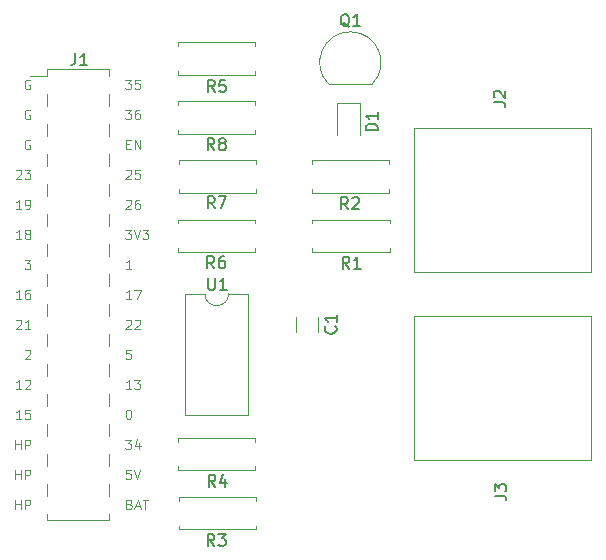
<source format=gto>
G04 #@! TF.GenerationSoftware,KiCad,Pcbnew,(6.0.9)*
G04 #@! TF.CreationDate,2022-12-08T09:40:08+09:00*
G04 #@! TF.ProjectId,M5StackLocoNetModule,4d355374-6163-46b4-9c6f-636f4e65744d,rev?*
G04 #@! TF.SameCoordinates,PX6146580PY90f5600*
G04 #@! TF.FileFunction,Legend,Top*
G04 #@! TF.FilePolarity,Positive*
%FSLAX46Y46*%
G04 Gerber Fmt 4.6, Leading zero omitted, Abs format (unit mm)*
G04 Created by KiCad (PCBNEW (6.0.9)) date 2022-12-08 09:40:08*
%MOMM*%
%LPD*%
G01*
G04 APERTURE LIST*
%ADD10C,0.150000*%
%ADD11C,0.120000*%
G04 APERTURE END LIST*
D10*
X17533333Y37247620D02*
X17200000Y37723810D01*
X16961904Y37247620D02*
X16961904Y38247620D01*
X17342857Y38247620D01*
X17438095Y38200000D01*
X17485714Y38152381D01*
X17533333Y38057143D01*
X17533333Y37914286D01*
X17485714Y37819048D01*
X17438095Y37771429D01*
X17342857Y37723810D01*
X16961904Y37723810D01*
X18104761Y37819048D02*
X18009523Y37866667D01*
X17961904Y37914286D01*
X17914285Y38009524D01*
X17914285Y38057143D01*
X17961904Y38152381D01*
X18009523Y38200000D01*
X18104761Y38247620D01*
X18295238Y38247620D01*
X18390476Y38200000D01*
X18438095Y38152381D01*
X18485714Y38057143D01*
X18485714Y38009524D01*
X18438095Y37914286D01*
X18390476Y37866667D01*
X18295238Y37819048D01*
X18104761Y37819048D01*
X18009523Y37771429D01*
X17961904Y37723810D01*
X17914285Y37628572D01*
X17914285Y37438096D01*
X17961904Y37342858D01*
X18009523Y37295239D01*
X18104761Y37247620D01*
X18295238Y37247620D01*
X18390476Y37295239D01*
X18438095Y37342858D01*
X18485714Y37438096D01*
X18485714Y37628572D01*
X18438095Y37723810D01*
X18390476Y37771429D01*
X18295238Y37819048D01*
X17508333Y27247620D02*
X17175000Y27723810D01*
X16936904Y27247620D02*
X16936904Y28247620D01*
X17317857Y28247620D01*
X17413095Y28200000D01*
X17460714Y28152381D01*
X17508333Y28057143D01*
X17508333Y27914286D01*
X17460714Y27819048D01*
X17413095Y27771429D01*
X17317857Y27723810D01*
X16936904Y27723810D01*
X18365476Y28247620D02*
X18175000Y28247620D01*
X18079761Y28200000D01*
X18032142Y28152381D01*
X17936904Y28009524D01*
X17889285Y27819048D01*
X17889285Y27438096D01*
X17936904Y27342858D01*
X17984523Y27295239D01*
X18079761Y27247620D01*
X18270238Y27247620D01*
X18365476Y27295239D01*
X18413095Y27342858D01*
X18460714Y27438096D01*
X18460714Y27676191D01*
X18413095Y27771429D01*
X18365476Y27819048D01*
X18270238Y27866667D01*
X18079761Y27866667D01*
X17984523Y27819048D01*
X17936904Y27771429D01*
X17889285Y27676191D01*
X17608333Y8747620D02*
X17275000Y9223810D01*
X17036904Y8747620D02*
X17036904Y9747620D01*
X17417857Y9747620D01*
X17513095Y9700000D01*
X17560714Y9652381D01*
X17608333Y9557143D01*
X17608333Y9414286D01*
X17560714Y9319048D01*
X17513095Y9271429D01*
X17417857Y9223810D01*
X17036904Y9223810D01*
X18465476Y9414286D02*
X18465476Y8747620D01*
X18227380Y9795239D02*
X17989285Y9080953D01*
X18608333Y9080953D01*
X28954761Y47677381D02*
X28859523Y47725000D01*
X28764285Y47820239D01*
X28621428Y47963096D01*
X28526190Y48010715D01*
X28430952Y48010715D01*
X28478571Y47772620D02*
X28383333Y47820239D01*
X28288095Y47915477D01*
X28240476Y48105953D01*
X28240476Y48439286D01*
X28288095Y48629762D01*
X28383333Y48725000D01*
X28478571Y48772620D01*
X28669047Y48772620D01*
X28764285Y48725000D01*
X28859523Y48629762D01*
X28907142Y48439286D01*
X28907142Y48105953D01*
X28859523Y47915477D01*
X28764285Y47820239D01*
X28669047Y47772620D01*
X28478571Y47772620D01*
X29859523Y47772620D02*
X29288095Y47772620D01*
X29573809Y47772620D02*
X29573809Y48772620D01*
X29478571Y48629762D01*
X29383333Y48534524D01*
X29288095Y48486905D01*
X17558333Y42177620D02*
X17225000Y42653810D01*
X16986904Y42177620D02*
X16986904Y43177620D01*
X17367857Y43177620D01*
X17463095Y43130000D01*
X17510714Y43082381D01*
X17558333Y42987143D01*
X17558333Y42844286D01*
X17510714Y42749048D01*
X17463095Y42701429D01*
X17367857Y42653810D01*
X16986904Y42653810D01*
X18463095Y43177620D02*
X17986904Y43177620D01*
X17939285Y42701429D01*
X17986904Y42749048D01*
X18082142Y42796667D01*
X18320238Y42796667D01*
X18415476Y42749048D01*
X18463095Y42701429D01*
X18510714Y42606191D01*
X18510714Y42368096D01*
X18463095Y42272858D01*
X18415476Y42225239D01*
X18320238Y42177620D01*
X18082142Y42177620D01*
X17986904Y42225239D01*
X17939285Y42272858D01*
X27782142Y22333334D02*
X27829761Y22285715D01*
X27877380Y22142858D01*
X27877380Y22047620D01*
X27829761Y21904762D01*
X27734523Y21809524D01*
X27639285Y21761905D01*
X27448809Y21714286D01*
X27305952Y21714286D01*
X27115476Y21761905D01*
X27020238Y21809524D01*
X26925000Y21904762D01*
X26877380Y22047620D01*
X26877380Y22142858D01*
X26925000Y22285715D01*
X26972619Y22333334D01*
X27877380Y23285715D02*
X27877380Y22714286D01*
X27877380Y23000000D02*
X26877380Y23000000D01*
X27020238Y22904762D01*
X27115476Y22809524D01*
X27163095Y22714286D01*
X17013095Y26422620D02*
X17013095Y25613096D01*
X17060714Y25517858D01*
X17108333Y25470239D01*
X17203571Y25422620D01*
X17394047Y25422620D01*
X17489285Y25470239D01*
X17536904Y25517858D01*
X17584523Y25613096D01*
X17584523Y26422620D01*
X18584523Y25422620D02*
X18013095Y25422620D01*
X18298809Y25422620D02*
X18298809Y26422620D01*
X18203571Y26279762D01*
X18108333Y26184524D01*
X18013095Y26136905D01*
X17558333Y32322620D02*
X17225000Y32798810D01*
X16986904Y32322620D02*
X16986904Y33322620D01*
X17367857Y33322620D01*
X17463095Y33275000D01*
X17510714Y33227381D01*
X17558333Y33132143D01*
X17558333Y32989286D01*
X17510714Y32894048D01*
X17463095Y32846429D01*
X17367857Y32798810D01*
X16986904Y32798810D01*
X17891666Y33322620D02*
X18558333Y33322620D01*
X18129761Y32322620D01*
X41177380Y41291667D02*
X41891666Y41291667D01*
X42034523Y41244048D01*
X42129761Y41148810D01*
X42177380Y41005953D01*
X42177380Y40910715D01*
X41272619Y41720239D02*
X41225000Y41767858D01*
X41177380Y41863096D01*
X41177380Y42101191D01*
X41225000Y42196429D01*
X41272619Y42244048D01*
X41367857Y42291667D01*
X41463095Y42291667D01*
X41605952Y42244048D01*
X42177380Y41672620D01*
X42177380Y42291667D01*
X41252380Y7966667D02*
X41966666Y7966667D01*
X42109523Y7919048D01*
X42204761Y7823810D01*
X42252380Y7680953D01*
X42252380Y7585715D01*
X41252380Y8347620D02*
X41252380Y8966667D01*
X41633333Y8633334D01*
X41633333Y8776191D01*
X41680952Y8871429D01*
X41728571Y8919048D01*
X41823809Y8966667D01*
X42061904Y8966667D01*
X42157142Y8919048D01*
X42204761Y8871429D01*
X42252380Y8776191D01*
X42252380Y8490477D01*
X42204761Y8395239D01*
X42157142Y8347620D01*
X28833333Y32247620D02*
X28500000Y32723810D01*
X28261904Y32247620D02*
X28261904Y33247620D01*
X28642857Y33247620D01*
X28738095Y33200000D01*
X28785714Y33152381D01*
X28833333Y33057143D01*
X28833333Y32914286D01*
X28785714Y32819048D01*
X28738095Y32771429D01*
X28642857Y32723810D01*
X28261904Y32723810D01*
X29214285Y33152381D02*
X29261904Y33200000D01*
X29357142Y33247620D01*
X29595238Y33247620D01*
X29690476Y33200000D01*
X29738095Y33152381D01*
X29785714Y33057143D01*
X29785714Y32961905D01*
X29738095Y32819048D01*
X29166666Y32247620D01*
X29785714Y32247620D01*
X28958333Y27222620D02*
X28625000Y27698810D01*
X28386904Y27222620D02*
X28386904Y28222620D01*
X28767857Y28222620D01*
X28863095Y28175000D01*
X28910714Y28127381D01*
X28958333Y28032143D01*
X28958333Y27889286D01*
X28910714Y27794048D01*
X28863095Y27746429D01*
X28767857Y27698810D01*
X28386904Y27698810D01*
X29910714Y27222620D02*
X29339285Y27222620D01*
X29625000Y27222620D02*
X29625000Y28222620D01*
X29529761Y28079762D01*
X29434523Y27984524D01*
X29339285Y27936905D01*
X31352380Y38911905D02*
X30352380Y38911905D01*
X30352380Y39150000D01*
X30400000Y39292858D01*
X30495238Y39388096D01*
X30590476Y39435715D01*
X30780952Y39483334D01*
X30923809Y39483334D01*
X31114285Y39435715D01*
X31209523Y39388096D01*
X31304761Y39292858D01*
X31352380Y39150000D01*
X31352380Y38911905D01*
X31352380Y40435715D02*
X31352380Y39864286D01*
X31352380Y40150000D02*
X30352380Y40150000D01*
X30495238Y40054762D01*
X30590476Y39959524D01*
X30638095Y39864286D01*
X5766666Y45447620D02*
X5766666Y44733334D01*
X5719047Y44590477D01*
X5623809Y44495239D01*
X5480952Y44447620D01*
X5385714Y44447620D01*
X6766666Y44447620D02*
X6195238Y44447620D01*
X6480952Y44447620D02*
X6480952Y45447620D01*
X6385714Y45304762D01*
X6290476Y45209524D01*
X6195238Y45161905D01*
D11*
X10345142Y7277143D02*
X10459428Y7239048D01*
X10497523Y7200953D01*
X10535619Y7124762D01*
X10535619Y7010477D01*
X10497523Y6934286D01*
X10459428Y6896191D01*
X10383238Y6858096D01*
X10078476Y6858096D01*
X10078476Y7658096D01*
X10345142Y7658096D01*
X10421333Y7620000D01*
X10459428Y7581905D01*
X10497523Y7505715D01*
X10497523Y7429524D01*
X10459428Y7353334D01*
X10421333Y7315239D01*
X10345142Y7277143D01*
X10078476Y7277143D01*
X10840380Y7086667D02*
X11221333Y7086667D01*
X10764190Y6858096D02*
X11030857Y7658096D01*
X11297523Y6858096D01*
X11449904Y7658096D02*
X11907047Y7658096D01*
X11678476Y6858096D02*
X11678476Y7658096D01*
X664380Y6858096D02*
X664380Y7658096D01*
X664380Y7277143D02*
X1121523Y7277143D01*
X1121523Y6858096D02*
X1121523Y7658096D01*
X1502476Y6858096D02*
X1502476Y7658096D01*
X1807238Y7658096D01*
X1883428Y7620000D01*
X1921523Y7581905D01*
X1959619Y7505715D01*
X1959619Y7391429D01*
X1921523Y7315239D01*
X1883428Y7277143D01*
X1807238Y7239048D01*
X1502476Y7239048D01*
X1197714Y32258096D02*
X740571Y32258096D01*
X969142Y32258096D02*
X969142Y33058096D01*
X892952Y32943810D01*
X816761Y32867620D01*
X740571Y32829524D01*
X1578666Y32258096D02*
X1731047Y32258096D01*
X1807238Y32296191D01*
X1845333Y32334286D01*
X1921523Y32448572D01*
X1959619Y32600953D01*
X1959619Y32905715D01*
X1921523Y32981905D01*
X1883428Y33020000D01*
X1807238Y33058096D01*
X1654857Y33058096D01*
X1578666Y33020000D01*
X1540571Y32981905D01*
X1502476Y32905715D01*
X1502476Y32715239D01*
X1540571Y32639048D01*
X1578666Y32600953D01*
X1654857Y32562858D01*
X1807238Y32562858D01*
X1883428Y32600953D01*
X1921523Y32639048D01*
X1959619Y32715239D01*
X10002285Y12738096D02*
X10497523Y12738096D01*
X10230857Y12433334D01*
X10345142Y12433334D01*
X10421333Y12395239D01*
X10459428Y12357143D01*
X10497523Y12280953D01*
X10497523Y12090477D01*
X10459428Y12014286D01*
X10421333Y11976191D01*
X10345142Y11938096D01*
X10116571Y11938096D01*
X10040380Y11976191D01*
X10002285Y12014286D01*
X11183238Y12471429D02*
X11183238Y11938096D01*
X10992761Y12776191D02*
X10802285Y12204762D01*
X11297523Y12204762D01*
X1197714Y17018096D02*
X740571Y17018096D01*
X969142Y17018096D02*
X969142Y17818096D01*
X892952Y17703810D01*
X816761Y17627620D01*
X740571Y17589524D01*
X1502476Y17741905D02*
X1540571Y17780000D01*
X1616761Y17818096D01*
X1807238Y17818096D01*
X1883428Y17780000D01*
X1921523Y17741905D01*
X1959619Y17665715D01*
X1959619Y17589524D01*
X1921523Y17475239D01*
X1464380Y17018096D01*
X1959619Y17018096D01*
X10002285Y43218096D02*
X10497523Y43218096D01*
X10230857Y42913334D01*
X10345142Y42913334D01*
X10421333Y42875239D01*
X10459428Y42837143D01*
X10497523Y42760953D01*
X10497523Y42570477D01*
X10459428Y42494286D01*
X10421333Y42456191D01*
X10345142Y42418096D01*
X10116571Y42418096D01*
X10040380Y42456191D01*
X10002285Y42494286D01*
X11221333Y43218096D02*
X10840380Y43218096D01*
X10802285Y42837143D01*
X10840380Y42875239D01*
X10916571Y42913334D01*
X11107047Y42913334D01*
X11183238Y42875239D01*
X11221333Y42837143D01*
X11259428Y42760953D01*
X11259428Y42570477D01*
X11221333Y42494286D01*
X11183238Y42456191D01*
X11107047Y42418096D01*
X10916571Y42418096D01*
X10840380Y42456191D01*
X10802285Y42494286D01*
X10002285Y30518096D02*
X10497523Y30518096D01*
X10230857Y30213334D01*
X10345142Y30213334D01*
X10421333Y30175239D01*
X10459428Y30137143D01*
X10497523Y30060953D01*
X10497523Y29870477D01*
X10459428Y29794286D01*
X10421333Y29756191D01*
X10345142Y29718096D01*
X10116571Y29718096D01*
X10040380Y29756191D01*
X10002285Y29794286D01*
X10726095Y30518096D02*
X10992761Y29718096D01*
X11259428Y30518096D01*
X11449904Y30518096D02*
X11945142Y30518096D01*
X11678476Y30213334D01*
X11792761Y30213334D01*
X11868952Y30175239D01*
X11907047Y30137143D01*
X11945142Y30060953D01*
X11945142Y29870477D01*
X11907047Y29794286D01*
X11868952Y29756191D01*
X11792761Y29718096D01*
X11564190Y29718096D01*
X11488000Y29756191D01*
X11449904Y29794286D01*
X1464380Y27978096D02*
X1959619Y27978096D01*
X1692952Y27673334D01*
X1807238Y27673334D01*
X1883428Y27635239D01*
X1921523Y27597143D01*
X1959619Y27520953D01*
X1959619Y27330477D01*
X1921523Y27254286D01*
X1883428Y27216191D01*
X1807238Y27178096D01*
X1578666Y27178096D01*
X1502476Y27216191D01*
X1464380Y27254286D01*
X1921523Y43180000D02*
X1845333Y43218096D01*
X1731047Y43218096D01*
X1616761Y43180000D01*
X1540571Y43103810D01*
X1502476Y43027620D01*
X1464380Y42875239D01*
X1464380Y42760953D01*
X1502476Y42608572D01*
X1540571Y42532381D01*
X1616761Y42456191D01*
X1731047Y42418096D01*
X1807238Y42418096D01*
X1921523Y42456191D01*
X1959619Y42494286D01*
X1959619Y42760953D01*
X1807238Y42760953D01*
X1197714Y29718096D02*
X740571Y29718096D01*
X969142Y29718096D02*
X969142Y30518096D01*
X892952Y30403810D01*
X816761Y30327620D01*
X740571Y30289524D01*
X1654857Y30175239D02*
X1578666Y30213334D01*
X1540571Y30251429D01*
X1502476Y30327620D01*
X1502476Y30365715D01*
X1540571Y30441905D01*
X1578666Y30480000D01*
X1654857Y30518096D01*
X1807238Y30518096D01*
X1883428Y30480000D01*
X1921523Y30441905D01*
X1959619Y30365715D01*
X1959619Y30327620D01*
X1921523Y30251429D01*
X1883428Y30213334D01*
X1807238Y30175239D01*
X1654857Y30175239D01*
X1578666Y30137143D01*
X1540571Y30099048D01*
X1502476Y30022858D01*
X1502476Y29870477D01*
X1540571Y29794286D01*
X1578666Y29756191D01*
X1654857Y29718096D01*
X1807238Y29718096D01*
X1883428Y29756191D01*
X1921523Y29794286D01*
X1959619Y29870477D01*
X1959619Y30022858D01*
X1921523Y30099048D01*
X1883428Y30137143D01*
X1807238Y30175239D01*
X740571Y35521905D02*
X778666Y35560000D01*
X854857Y35598096D01*
X1045333Y35598096D01*
X1121523Y35560000D01*
X1159619Y35521905D01*
X1197714Y35445715D01*
X1197714Y35369524D01*
X1159619Y35255239D01*
X702476Y34798096D01*
X1197714Y34798096D01*
X1464380Y35598096D02*
X1959619Y35598096D01*
X1692952Y35293334D01*
X1807238Y35293334D01*
X1883428Y35255239D01*
X1921523Y35217143D01*
X1959619Y35140953D01*
X1959619Y34950477D01*
X1921523Y34874286D01*
X1883428Y34836191D01*
X1807238Y34798096D01*
X1578666Y34798096D01*
X1502476Y34836191D01*
X1464380Y34874286D01*
X1197714Y24638096D02*
X740571Y24638096D01*
X969142Y24638096D02*
X969142Y25438096D01*
X892952Y25323810D01*
X816761Y25247620D01*
X740571Y25209524D01*
X1883428Y25438096D02*
X1731047Y25438096D01*
X1654857Y25400000D01*
X1616761Y25361905D01*
X1540571Y25247620D01*
X1502476Y25095239D01*
X1502476Y24790477D01*
X1540571Y24714286D01*
X1578666Y24676191D01*
X1654857Y24638096D01*
X1807238Y24638096D01*
X1883428Y24676191D01*
X1921523Y24714286D01*
X1959619Y24790477D01*
X1959619Y24980953D01*
X1921523Y25057143D01*
X1883428Y25095239D01*
X1807238Y25133334D01*
X1654857Y25133334D01*
X1578666Y25095239D01*
X1540571Y25057143D01*
X1502476Y24980953D01*
X10497523Y17018096D02*
X10040380Y17018096D01*
X10268952Y17018096D02*
X10268952Y17818096D01*
X10192761Y17703810D01*
X10116571Y17627620D01*
X10040380Y17589524D01*
X10764190Y17818096D02*
X11259428Y17818096D01*
X10992761Y17513334D01*
X11107047Y17513334D01*
X11183238Y17475239D01*
X11221333Y17437143D01*
X11259428Y17360953D01*
X11259428Y17170477D01*
X11221333Y17094286D01*
X11183238Y17056191D01*
X11107047Y17018096D01*
X10878476Y17018096D01*
X10802285Y17056191D01*
X10764190Y17094286D01*
X1502476Y20281905D02*
X1540571Y20320000D01*
X1616761Y20358096D01*
X1807238Y20358096D01*
X1883428Y20320000D01*
X1921523Y20281905D01*
X1959619Y20205715D01*
X1959619Y20129524D01*
X1921523Y20015239D01*
X1464380Y19558096D01*
X1959619Y19558096D01*
X10040380Y22821905D02*
X10078476Y22860000D01*
X10154666Y22898096D01*
X10345142Y22898096D01*
X10421333Y22860000D01*
X10459428Y22821905D01*
X10497523Y22745715D01*
X10497523Y22669524D01*
X10459428Y22555239D01*
X10002285Y22098096D01*
X10497523Y22098096D01*
X10802285Y22821905D02*
X10840380Y22860000D01*
X10916571Y22898096D01*
X11107047Y22898096D01*
X11183238Y22860000D01*
X11221333Y22821905D01*
X11259428Y22745715D01*
X11259428Y22669524D01*
X11221333Y22555239D01*
X10764190Y22098096D01*
X11259428Y22098096D01*
X740571Y22821905D02*
X778666Y22860000D01*
X854857Y22898096D01*
X1045333Y22898096D01*
X1121523Y22860000D01*
X1159619Y22821905D01*
X1197714Y22745715D01*
X1197714Y22669524D01*
X1159619Y22555239D01*
X702476Y22098096D01*
X1197714Y22098096D01*
X1959619Y22098096D02*
X1502476Y22098096D01*
X1731047Y22098096D02*
X1731047Y22898096D01*
X1654857Y22783810D01*
X1578666Y22707620D01*
X1502476Y22669524D01*
X10230857Y15278096D02*
X10307047Y15278096D01*
X10383238Y15240000D01*
X10421333Y15201905D01*
X10459428Y15125715D01*
X10497523Y14973334D01*
X10497523Y14782858D01*
X10459428Y14630477D01*
X10421333Y14554286D01*
X10383238Y14516191D01*
X10307047Y14478096D01*
X10230857Y14478096D01*
X10154666Y14516191D01*
X10116571Y14554286D01*
X10078476Y14630477D01*
X10040380Y14782858D01*
X10040380Y14973334D01*
X10078476Y15125715D01*
X10116571Y15201905D01*
X10154666Y15240000D01*
X10230857Y15278096D01*
X1921523Y40640000D02*
X1845333Y40678096D01*
X1731047Y40678096D01*
X1616761Y40640000D01*
X1540571Y40563810D01*
X1502476Y40487620D01*
X1464380Y40335239D01*
X1464380Y40220953D01*
X1502476Y40068572D01*
X1540571Y39992381D01*
X1616761Y39916191D01*
X1731047Y39878096D01*
X1807238Y39878096D01*
X1921523Y39916191D01*
X1959619Y39954286D01*
X1959619Y40220953D01*
X1807238Y40220953D01*
X1197714Y14478096D02*
X740571Y14478096D01*
X969142Y14478096D02*
X969142Y15278096D01*
X892952Y15163810D01*
X816761Y15087620D01*
X740571Y15049524D01*
X1921523Y15278096D02*
X1540571Y15278096D01*
X1502476Y14897143D01*
X1540571Y14935239D01*
X1616761Y14973334D01*
X1807238Y14973334D01*
X1883428Y14935239D01*
X1921523Y14897143D01*
X1959619Y14820953D01*
X1959619Y14630477D01*
X1921523Y14554286D01*
X1883428Y14516191D01*
X1807238Y14478096D01*
X1616761Y14478096D01*
X1540571Y14516191D01*
X1502476Y14554286D01*
X10497523Y27178096D02*
X10040380Y27178096D01*
X10268952Y27178096D02*
X10268952Y27978096D01*
X10192761Y27863810D01*
X10116571Y27787620D01*
X10040380Y27749524D01*
X664380Y9398096D02*
X664380Y10198096D01*
X664380Y9817143D02*
X1121523Y9817143D01*
X1121523Y9398096D02*
X1121523Y10198096D01*
X1502476Y9398096D02*
X1502476Y10198096D01*
X1807238Y10198096D01*
X1883428Y10160000D01*
X1921523Y10121905D01*
X1959619Y10045715D01*
X1959619Y9931429D01*
X1921523Y9855239D01*
X1883428Y9817143D01*
X1807238Y9779048D01*
X1502476Y9779048D01*
X10459428Y10198096D02*
X10078476Y10198096D01*
X10040380Y9817143D01*
X10078476Y9855239D01*
X10154666Y9893334D01*
X10345142Y9893334D01*
X10421333Y9855239D01*
X10459428Y9817143D01*
X10497523Y9740953D01*
X10497523Y9550477D01*
X10459428Y9474286D01*
X10421333Y9436191D01*
X10345142Y9398096D01*
X10154666Y9398096D01*
X10078476Y9436191D01*
X10040380Y9474286D01*
X10726095Y10198096D02*
X10992761Y9398096D01*
X11259428Y10198096D01*
X10040380Y32981905D02*
X10078476Y33020000D01*
X10154666Y33058096D01*
X10345142Y33058096D01*
X10421333Y33020000D01*
X10459428Y32981905D01*
X10497523Y32905715D01*
X10497523Y32829524D01*
X10459428Y32715239D01*
X10002285Y32258096D01*
X10497523Y32258096D01*
X11183238Y33058096D02*
X11030857Y33058096D01*
X10954666Y33020000D01*
X10916571Y32981905D01*
X10840380Y32867620D01*
X10802285Y32715239D01*
X10802285Y32410477D01*
X10840380Y32334286D01*
X10878476Y32296191D01*
X10954666Y32258096D01*
X11107047Y32258096D01*
X11183238Y32296191D01*
X11221333Y32334286D01*
X11259428Y32410477D01*
X11259428Y32600953D01*
X11221333Y32677143D01*
X11183238Y32715239D01*
X11107047Y32753334D01*
X10954666Y32753334D01*
X10878476Y32715239D01*
X10840380Y32677143D01*
X10802285Y32600953D01*
X10078476Y37757143D02*
X10345142Y37757143D01*
X10459428Y37338096D02*
X10078476Y37338096D01*
X10078476Y38138096D01*
X10459428Y38138096D01*
X10802285Y37338096D02*
X10802285Y38138096D01*
X11259428Y37338096D01*
X11259428Y38138096D01*
X10040380Y35521905D02*
X10078476Y35560000D01*
X10154666Y35598096D01*
X10345142Y35598096D01*
X10421333Y35560000D01*
X10459428Y35521905D01*
X10497523Y35445715D01*
X10497523Y35369524D01*
X10459428Y35255239D01*
X10002285Y34798096D01*
X10497523Y34798096D01*
X11221333Y35598096D02*
X10840380Y35598096D01*
X10802285Y35217143D01*
X10840380Y35255239D01*
X10916571Y35293334D01*
X11107047Y35293334D01*
X11183238Y35255239D01*
X11221333Y35217143D01*
X11259428Y35140953D01*
X11259428Y34950477D01*
X11221333Y34874286D01*
X11183238Y34836191D01*
X11107047Y34798096D01*
X10916571Y34798096D01*
X10840380Y34836191D01*
X10802285Y34874286D01*
X10459428Y20358096D02*
X10078476Y20358096D01*
X10040380Y19977143D01*
X10078476Y20015239D01*
X10154666Y20053334D01*
X10345142Y20053334D01*
X10421333Y20015239D01*
X10459428Y19977143D01*
X10497523Y19900953D01*
X10497523Y19710477D01*
X10459428Y19634286D01*
X10421333Y19596191D01*
X10345142Y19558096D01*
X10154666Y19558096D01*
X10078476Y19596191D01*
X10040380Y19634286D01*
X664380Y11938096D02*
X664380Y12738096D01*
X664380Y12357143D02*
X1121523Y12357143D01*
X1121523Y11938096D02*
X1121523Y12738096D01*
X1502476Y11938096D02*
X1502476Y12738096D01*
X1807238Y12738096D01*
X1883428Y12700000D01*
X1921523Y12661905D01*
X1959619Y12585715D01*
X1959619Y12471429D01*
X1921523Y12395239D01*
X1883428Y12357143D01*
X1807238Y12319048D01*
X1502476Y12319048D01*
X10002285Y40678096D02*
X10497523Y40678096D01*
X10230857Y40373334D01*
X10345142Y40373334D01*
X10421333Y40335239D01*
X10459428Y40297143D01*
X10497523Y40220953D01*
X10497523Y40030477D01*
X10459428Y39954286D01*
X10421333Y39916191D01*
X10345142Y39878096D01*
X10116571Y39878096D01*
X10040380Y39916191D01*
X10002285Y39954286D01*
X11183238Y40678096D02*
X11030857Y40678096D01*
X10954666Y40640000D01*
X10916571Y40601905D01*
X10840380Y40487620D01*
X10802285Y40335239D01*
X10802285Y40030477D01*
X10840380Y39954286D01*
X10878476Y39916191D01*
X10954666Y39878096D01*
X11107047Y39878096D01*
X11183238Y39916191D01*
X11221333Y39954286D01*
X11259428Y40030477D01*
X11259428Y40220953D01*
X11221333Y40297143D01*
X11183238Y40335239D01*
X11107047Y40373334D01*
X10954666Y40373334D01*
X10878476Y40335239D01*
X10840380Y40297143D01*
X10802285Y40220953D01*
X10497523Y24638096D02*
X10040380Y24638096D01*
X10268952Y24638096D02*
X10268952Y25438096D01*
X10192761Y25323810D01*
X10116571Y25247620D01*
X10040380Y25209524D01*
X10764190Y25438096D02*
X11297523Y25438096D01*
X10954666Y24638096D01*
X1921523Y38100000D02*
X1845333Y38138096D01*
X1731047Y38138096D01*
X1616761Y38100000D01*
X1540571Y38023810D01*
X1502476Y37947620D01*
X1464380Y37795239D01*
X1464380Y37680953D01*
X1502476Y37528572D01*
X1540571Y37452381D01*
X1616761Y37376191D01*
X1731047Y37338096D01*
X1807238Y37338096D01*
X1921523Y37376191D01*
X1959619Y37414286D01*
X1959619Y37680953D01*
X1807238Y37680953D01*
D10*
X17533333Y3747620D02*
X17200000Y4223810D01*
X16961904Y3747620D02*
X16961904Y4747620D01*
X17342857Y4747620D01*
X17438095Y4700000D01*
X17485714Y4652381D01*
X17533333Y4557143D01*
X17533333Y4414286D01*
X17485714Y4319048D01*
X17438095Y4271429D01*
X17342857Y4223810D01*
X16961904Y4223810D01*
X17866666Y4747620D02*
X18485714Y4747620D01*
X18152380Y4366667D01*
X18295238Y4366667D01*
X18390476Y4319048D01*
X18438095Y4271429D01*
X18485714Y4176191D01*
X18485714Y3938096D01*
X18438095Y3842858D01*
X18390476Y3795239D01*
X18295238Y3747620D01*
X18009523Y3747620D01*
X17914285Y3795239D01*
X17866666Y3842858D01*
D11*
X20995000Y38960000D02*
X20995000Y38630000D01*
X14455000Y38630000D02*
X14455000Y38960000D01*
X20995000Y38630000D02*
X14455000Y38630000D01*
X14455000Y41370000D02*
X14455000Y41040000D01*
X20995000Y41370000D02*
X14455000Y41370000D01*
X20995000Y41040000D02*
X20995000Y41370000D01*
X20995000Y28630000D02*
X14455000Y28630000D01*
X14455000Y28630000D02*
X14455000Y28960000D01*
X14455000Y31370000D02*
X14455000Y31040000D01*
X20995000Y31040000D02*
X20995000Y31370000D01*
X20995000Y28960000D02*
X20995000Y28630000D01*
X20995000Y31370000D02*
X14455000Y31370000D01*
X20995000Y12870000D02*
X20995000Y12540000D01*
X14455000Y12540000D02*
X14455000Y12870000D01*
X14455000Y10460000D02*
X14455000Y10130000D01*
X20995000Y10130000D02*
X20995000Y10460000D01*
X14455000Y10130000D02*
X20995000Y10130000D01*
X14455000Y12870000D02*
X20995000Y12870000D01*
X27250000Y42815000D02*
X30850000Y42815000D01*
X29050000Y47265001D02*
G75*
G03*
X27211522Y42826522I0J-2600001D01*
G01*
X30888478Y42826522D02*
G75*
G03*
X29050000Y47265000I-1838478J1838478D01*
G01*
X20995000Y46040000D02*
X20995000Y46370000D01*
X20995000Y43960000D02*
X20995000Y43630000D01*
X20995000Y46370000D02*
X14455000Y46370000D01*
X14455000Y43630000D02*
X14455000Y43960000D01*
X14455000Y46370000D02*
X14455000Y46040000D01*
X20995000Y43630000D02*
X14455000Y43630000D01*
X24455000Y23129000D02*
X24455000Y21871000D01*
X26295000Y23129000D02*
X26295000Y21871000D01*
X20385000Y14800000D02*
X20385000Y25080000D01*
X20385000Y25080000D02*
X18735000Y25080000D01*
X15085000Y14800000D02*
X20385000Y14800000D01*
X15085000Y25080000D02*
X15085000Y14800000D01*
X16735000Y25080000D02*
X15085000Y25080000D01*
X16735000Y25080000D02*
G75*
G03*
X18735000Y25080000I1000000J0D01*
G01*
X21045000Y36370000D02*
X14505000Y36370000D01*
X21045000Y33960000D02*
X21045000Y33630000D01*
X14505000Y33630000D02*
X14505000Y33960000D01*
X21045000Y33630000D02*
X14505000Y33630000D01*
X21045000Y36040000D02*
X21045000Y36370000D01*
X14505000Y36370000D02*
X14505000Y36040000D01*
X34400000Y26900000D02*
X49400000Y26900000D01*
X49400000Y26900000D02*
X49400000Y39100000D01*
X49400000Y39100000D02*
X34400000Y39100000D01*
X34400000Y39100000D02*
X34400000Y26900000D01*
X34400000Y11000000D02*
X49400000Y11000000D01*
X49400000Y11000000D02*
X49400000Y23200000D01*
X49400000Y23200000D02*
X34400000Y23200000D01*
X34400000Y23200000D02*
X34400000Y11000000D01*
X32320000Y36370000D02*
X32320000Y36040000D01*
X32320000Y33630000D02*
X32320000Y33960000D01*
X25780000Y33960000D02*
X25780000Y33630000D01*
X25780000Y36040000D02*
X25780000Y36370000D01*
X25780000Y33630000D02*
X32320000Y33630000D01*
X25780000Y36370000D02*
X32320000Y36370000D01*
X32370000Y28630000D02*
X25830000Y28630000D01*
X25830000Y31370000D02*
X25830000Y31040000D01*
X25830000Y28630000D02*
X25830000Y28960000D01*
X32370000Y31040000D02*
X32370000Y31370000D01*
X32370000Y28960000D02*
X32370000Y28630000D01*
X32370000Y31370000D02*
X25830000Y31370000D01*
X29860000Y38550000D02*
X29860000Y41235000D01*
X29860000Y41235000D02*
X27940000Y41235000D01*
X27940000Y41235000D02*
X27940000Y38550000D01*
X8600000Y39480000D02*
X8600000Y38460000D01*
X3400000Y34400000D02*
X3400000Y33380000D01*
X8600000Y11540000D02*
X8600000Y10520000D01*
X3400000Y21700000D02*
X3400000Y20680000D01*
X8600000Y26780000D02*
X8600000Y25760000D01*
X8600000Y29320000D02*
X8600000Y28300000D01*
X3400000Y11540000D02*
X3400000Y10520000D01*
X3400000Y42020000D02*
X3400000Y41000000D01*
X8600000Y14080000D02*
X8600000Y13060000D01*
X8600000Y36940000D02*
X8600000Y35920000D01*
X8600000Y16620000D02*
X8600000Y15600000D01*
X3400000Y31860000D02*
X3400000Y30840000D01*
X8600000Y44110000D02*
X8600000Y43540000D01*
X3400000Y6460000D02*
X3400000Y5890000D01*
X3400000Y19160000D02*
X3400000Y18140000D01*
X3400000Y5890000D02*
X8600000Y5890000D01*
X8600000Y9000000D02*
X8600000Y7980000D01*
X8600000Y34400000D02*
X8600000Y33380000D01*
X1960000Y43540000D02*
X3400000Y43540000D01*
X3400000Y36940000D02*
X3400000Y35920000D01*
X8600000Y6460000D02*
X8600000Y5890000D01*
X8600000Y24240000D02*
X8600000Y23220000D01*
X3400000Y9000000D02*
X3400000Y7980000D01*
X3400000Y44110000D02*
X3400000Y43540000D01*
X8600000Y21700000D02*
X8600000Y20680000D01*
X3400000Y24240000D02*
X3400000Y23220000D01*
X3400000Y26780000D02*
X3400000Y25760000D01*
X3400000Y39480000D02*
X3400000Y38460000D01*
X3400000Y16620000D02*
X3400000Y15600000D01*
X3400000Y29320000D02*
X3400000Y28300000D01*
X8600000Y19160000D02*
X8600000Y18140000D01*
X8600000Y42020000D02*
X8600000Y41000000D01*
X3400000Y14080000D02*
X3400000Y13060000D01*
X8600000Y31860000D02*
X8600000Y30840000D01*
X3400000Y44110000D02*
X8600000Y44110000D01*
X21070000Y7870000D02*
X14530000Y7870000D01*
X14530000Y7870000D02*
X14530000Y7540000D01*
X21070000Y5130000D02*
X14530000Y5130000D01*
X21070000Y7540000D02*
X21070000Y7870000D01*
X14530000Y5130000D02*
X14530000Y5460000D01*
X21070000Y5460000D02*
X21070000Y5130000D01*
M02*

</source>
